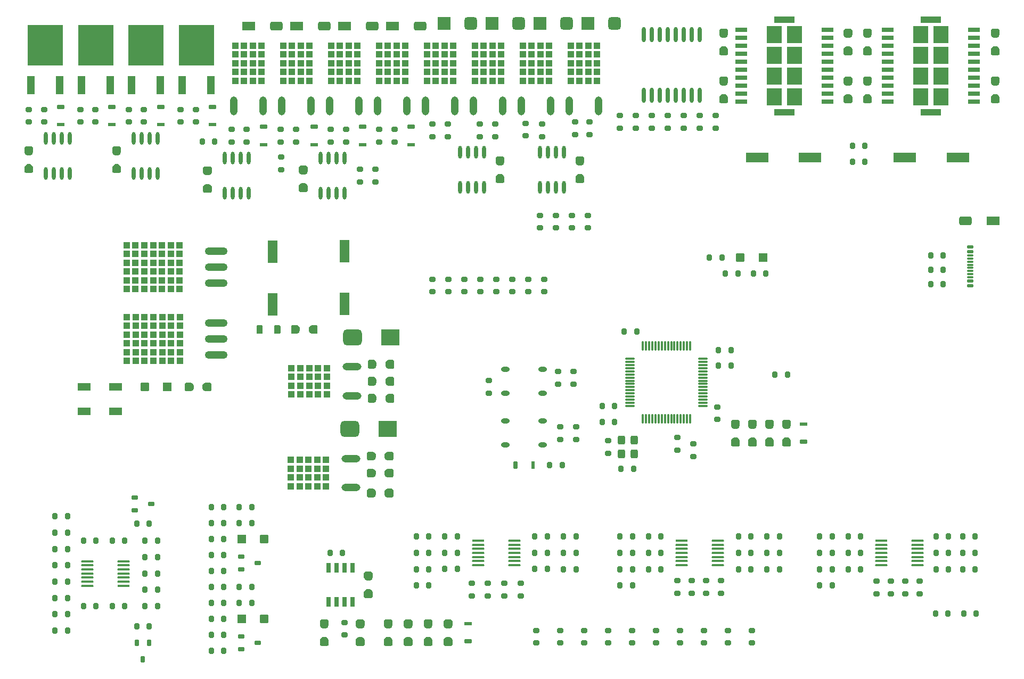
<source format=gtp>
G04*
G04 #@! TF.GenerationSoftware,Altium Limited,Altium Designer,25.0.2 (28)*
G04*
G04 Layer_Color=8421504*
%FSLAX44Y44*%
%MOMM*%
G71*
G04*
G04 #@! TF.SameCoordinates,89448804-F20A-4376-BCDE-6976CDED9B52*
G04*
G04*
G04 #@! TF.FilePolarity,Positive*
G04*
G01*
G75*
%ADD27R,2.4000X2.8000*%
%ADD28R,3.2000X1.0000*%
%ADD29R,1.0000X1.0000*%
%ADD30O,0.6000X2.0000*%
G04:AMPARAMS|DCode=31|XSize=0.6mm|YSize=1.2mm|CornerRadius=0.05mm|HoleSize=0mm|Usage=FLASHONLY|Rotation=90.000|XOffset=0mm|YOffset=0mm|HoleType=Round|Shape=RoundedRectangle|*
%AMROUNDEDRECTD31*
21,1,0.6000,1.1000,0,0,90.0*
21,1,0.5000,1.2000,0,0,90.0*
1,1,0.1000,0.5500,0.2500*
1,1,0.1000,0.5500,-0.2500*
1,1,0.1000,-0.5500,-0.2500*
1,1,0.1000,-0.5500,0.2500*
%
%ADD31ROUNDEDRECTD31*%
%ADD32R,1.2000X0.6000*%
%ADD33R,5.5500X6.5000*%
%ADD34R,1.2500X2.8500*%
G04:AMPARAMS|DCode=35|XSize=0.8mm|YSize=1mm|CornerRadius=0.15mm|HoleSize=0mm|Usage=FLASHONLY|Rotation=270.000|XOffset=0mm|YOffset=0mm|HoleType=Round|Shape=RoundedRectangle|*
%AMROUNDEDRECTD35*
21,1,0.8000,0.7000,0,0,270.0*
21,1,0.5000,1.0000,0,0,270.0*
1,1,0.3000,-0.3500,-0.2500*
1,1,0.3000,-0.3500,0.2500*
1,1,0.3000,0.3500,0.2500*
1,1,0.3000,0.3500,-0.2500*
%
%ADD35ROUNDEDRECTD35*%
%ADD36R,1.8300X0.6800*%
%ADD37R,2.1000X1.2700*%
%ADD38R,1.4000X1.4000*%
G04:AMPARAMS|DCode=39|XSize=1.4mm|YSize=1.4mm|CornerRadius=0.3mm|HoleSize=0mm|Usage=FLASHONLY|Rotation=0.000|XOffset=0mm|YOffset=0mm|HoleType=Round|Shape=RoundedRectangle|*
%AMROUNDEDRECTD39*
21,1,1.4000,0.8000,0,0,0.0*
21,1,0.8000,1.4000,0,0,0.0*
1,1,0.6000,0.4000,-0.4000*
1,1,0.6000,-0.4000,-0.4000*
1,1,0.6000,-0.4000,0.4000*
1,1,0.6000,0.4000,0.4000*
%
%ADD39ROUNDEDRECTD39*%
%ADD40O,0.6000X2.4000*%
G04:AMPARAMS|DCode=41|XSize=0.8mm|YSize=1mm|CornerRadius=0.15mm|HoleSize=0mm|Usage=FLASHONLY|Rotation=180.000|XOffset=0mm|YOffset=0mm|HoleType=Round|Shape=RoundedRectangle|*
%AMROUNDEDRECTD41*
21,1,0.8000,0.7000,0,0,180.0*
21,1,0.5000,1.0000,0,0,180.0*
1,1,0.3000,-0.2500,0.3500*
1,1,0.3000,0.2500,0.3500*
1,1,0.3000,0.2500,-0.3500*
1,1,0.3000,-0.2500,-0.3500*
%
%ADD41ROUNDEDRECTD41*%
%ADD42O,0.3000X1.6000*%
G04:AMPARAMS|DCode=43|XSize=0.3mm|YSize=1mm|CornerRadius=0.075mm|HoleSize=0mm|Usage=FLASHONLY|Rotation=90.000|XOffset=0mm|YOffset=0mm|HoleType=Round|Shape=RoundedRectangle|*
%AMROUNDEDRECTD43*
21,1,0.3000,0.8500,0,0,90.0*
21,1,0.1500,1.0000,0,0,90.0*
1,1,0.1500,0.4250,0.0750*
1,1,0.1500,0.4250,-0.0750*
1,1,0.1500,-0.4250,-0.0750*
1,1,0.1500,-0.4250,0.0750*
%
%ADD43ROUNDEDRECTD43*%
G04:AMPARAMS|DCode=44|XSize=0.5mm|YSize=1mm|CornerRadius=0.125mm|HoleSize=0mm|Usage=FLASHONLY|Rotation=90.000|XOffset=0mm|YOffset=0mm|HoleType=Round|Shape=RoundedRectangle|*
%AMROUNDEDRECTD44*
21,1,0.5000,0.7500,0,0,90.0*
21,1,0.2500,1.0000,0,0,90.0*
1,1,0.2500,0.3750,0.1250*
1,1,0.2500,0.3750,-0.1250*
1,1,0.2500,-0.3750,-0.1250*
1,1,0.2500,-0.3750,0.1250*
%
%ADD44ROUNDEDRECTD44*%
%ADD45R,2.0000X1.4000*%
G04:AMPARAMS|DCode=46|XSize=1.4mm|YSize=2mm|CornerRadius=0.3mm|HoleSize=0mm|Usage=FLASHONLY|Rotation=270.000|XOffset=0mm|YOffset=0mm|HoleType=Round|Shape=RoundedRectangle|*
%AMROUNDEDRECTD46*
21,1,1.4000,1.4000,0,0,270.0*
21,1,0.8000,2.0000,0,0,270.0*
1,1,0.6000,-0.7000,-0.4000*
1,1,0.6000,-0.7000,0.4000*
1,1,0.6000,0.7000,0.4000*
1,1,0.6000,0.7000,-0.4000*
%
%ADD46ROUNDEDRECTD46*%
G04:AMPARAMS|DCode=47|XSize=1.2mm|YSize=1.4mm|CornerRadius=0.3mm|HoleSize=0mm|Usage=FLASHONLY|Rotation=0.000|XOffset=0mm|YOffset=0mm|HoleType=Round|Shape=RoundedRectangle|*
%AMROUNDEDRECTD47*
21,1,1.2000,0.8000,0,0,0.0*
21,1,0.6000,1.4000,0,0,0.0*
1,1,0.6000,0.3000,-0.4000*
1,1,0.6000,-0.3000,-0.4000*
1,1,0.6000,-0.3000,0.4000*
1,1,0.6000,0.3000,0.4000*
%
%ADD47ROUNDEDRECTD47*%
%ADD48O,3.0000X1.2000*%
%ADD49O,3.6000X1.2000*%
%ADD50R,1.5690X3.5691*%
%ADD51O,1.4000X0.8000*%
G04:AMPARAMS|DCode=52|XSize=2.6mm|YSize=3mm|CornerRadius=0.65mm|HoleSize=0mm|Usage=FLASHONLY|Rotation=90.000|XOffset=0mm|YOffset=0mm|HoleType=Round|Shape=RoundedRectangle|*
%AMROUNDEDRECTD52*
21,1,2.6000,1.7000,0,0,90.0*
21,1,1.3000,3.0000,0,0,90.0*
1,1,1.3000,0.8500,0.6500*
1,1,1.3000,0.8500,-0.6500*
1,1,1.3000,-0.8500,-0.6500*
1,1,1.3000,-0.8500,0.6500*
%
%ADD52ROUNDEDRECTD52*%
%ADD53R,3.0000X2.6000*%
G04:AMPARAMS|DCode=54|XSize=0.6mm|YSize=1.2mm|CornerRadius=0.05mm|HoleSize=0mm|Usage=FLASHONLY|Rotation=180.000|XOffset=0mm|YOffset=0mm|HoleType=Round|Shape=RoundedRectangle|*
%AMROUNDEDRECTD54*
21,1,0.6000,1.1000,0,0,180.0*
21,1,0.5000,1.2000,0,0,180.0*
1,1,0.1000,-0.2500,0.5500*
1,1,0.1000,0.2500,0.5500*
1,1,0.1000,0.2500,-0.5500*
1,1,0.1000,-0.2500,-0.5500*
%
%ADD54ROUNDEDRECTD54*%
%ADD55R,0.6000X1.2000*%
%ADD56O,1.6000X0.3000*%
G04:AMPARAMS|DCode=57|XSize=1.9554mm|YSize=0.4208mm|CornerRadius=0.2104mm|HoleSize=0mm|Usage=FLASHONLY|Rotation=0.000|XOffset=0mm|YOffset=0mm|HoleType=Round|Shape=RoundedRectangle|*
%AMROUNDEDRECTD57*
21,1,1.9554,0.0000,0,0,0.0*
21,1,1.5347,0.4208,0,0,0.0*
1,1,0.4208,0.7673,0.0000*
1,1,0.4208,-0.7673,0.0000*
1,1,0.4208,-0.7673,0.0000*
1,1,0.4208,0.7673,0.0000*
%
%ADD57ROUNDEDRECTD57*%
%ADD58R,1.9554X0.4208*%
G04:AMPARAMS|DCode=59|XSize=1.55mm|YSize=0.6mm|CornerRadius=0.051mm|HoleSize=0mm|Usage=FLASHONLY|Rotation=90.000|XOffset=0mm|YOffset=0mm|HoleType=Round|Shape=RoundedRectangle|*
%AMROUNDEDRECTD59*
21,1,1.5500,0.4980,0,0,90.0*
21,1,1.4480,0.6000,0,0,90.0*
1,1,0.1020,0.2490,0.7240*
1,1,0.1020,0.2490,-0.7240*
1,1,0.1020,-0.2490,-0.7240*
1,1,0.1020,-0.2490,0.7240*
%
%ADD59ROUNDEDRECTD59*%
%ADD60R,3.5691X1.5690*%
G04:AMPARAMS|DCode=61|XSize=0.6mm|YSize=1.1mm|CornerRadius=0.125mm|HoleSize=0mm|Usage=FLASHONLY|Rotation=0.000|XOffset=0mm|YOffset=0mm|HoleType=Round|Shape=RoundedRectangle|*
%AMROUNDEDRECTD61*
21,1,0.6000,0.8500,0,0,0.0*
21,1,0.3500,1.1000,0,0,0.0*
1,1,0.2500,0.1750,-0.4250*
1,1,0.2500,-0.1750,-0.4250*
1,1,0.2500,-0.1750,0.4250*
1,1,0.2500,0.1750,0.4250*
%
%ADD61ROUNDEDRECTD61*%
G04:AMPARAMS|DCode=62|XSize=0.6mm|YSize=1.1mm|CornerRadius=0.125mm|HoleSize=0mm|Usage=FLASHONLY|Rotation=90.000|XOffset=0mm|YOffset=0mm|HoleType=Round|Shape=RoundedRectangle|*
%AMROUNDEDRECTD62*
21,1,0.6000,0.8500,0,0,90.0*
21,1,0.3500,1.1000,0,0,90.0*
1,1,0.2500,0.4250,0.1750*
1,1,0.2500,0.4250,-0.1750*
1,1,0.2500,-0.4250,-0.1750*
1,1,0.2500,-0.4250,0.1750*
%
%ADD62ROUNDEDRECTD62*%
%ADD63R,2.0000X2.0000*%
G04:AMPARAMS|DCode=64|XSize=2mm|YSize=2mm|CornerRadius=0.45mm|HoleSize=0mm|Usage=FLASHONLY|Rotation=90.000|XOffset=0mm|YOffset=0mm|HoleType=Round|Shape=RoundedRectangle|*
%AMROUNDEDRECTD64*
21,1,2.0000,1.1000,0,0,90.0*
21,1,1.1000,2.0000,0,0,90.0*
1,1,0.9000,0.5500,0.5500*
1,1,0.9000,0.5500,-0.5500*
1,1,0.9000,-0.5500,-0.5500*
1,1,0.9000,-0.5500,0.5500*
%
%ADD64ROUNDEDRECTD64*%
%ADD65O,1.2000X3.0000*%
G36*
X208899Y912693D02*
X209743Y911849D01*
X210200Y910746D01*
X210200Y910150D01*
X210200D01*
Y905150D01*
Y903956D01*
X209287Y901751D01*
X207599Y900063D01*
X205394Y899150D01*
X201007D01*
X198801Y900063D01*
X197113Y901751D01*
X196200Y903956D01*
Y905150D01*
X196200Y910150D01*
X196200Y910746D01*
X196657Y911849D01*
X197501Y912693D01*
X198603Y913150D01*
X199200Y913150D01*
Y913150D01*
X207200Y913150D01*
X207797Y913150D01*
X208899Y912693D01*
D02*
G37*
G36*
X69199D02*
X70043Y911849D01*
X70500Y910746D01*
X70500Y910150D01*
X70500D01*
Y905150D01*
Y903956D01*
X69587Y901751D01*
X67899Y900063D01*
X65693Y899150D01*
X61307D01*
X59101Y900063D01*
X57413Y901751D01*
X56500Y903956D01*
Y905150D01*
X56500Y910150D01*
X56500Y910746D01*
X56957Y911849D01*
X57801Y912693D01*
X58903Y913150D01*
X59500Y913150D01*
Y913150D01*
X67500Y913150D01*
X68097Y913150D01*
X69199Y912693D01*
D02*
G37*
G36*
X505639Y882443D02*
X506483Y881599D01*
X506940Y880497D01*
X506940Y879900D01*
X506940D01*
Y874900D01*
Y873706D01*
X506027Y871501D01*
X504339Y869813D01*
X502134Y868900D01*
X497747D01*
X495541Y869813D01*
X493854Y871501D01*
X492940Y873706D01*
Y874900D01*
X492940Y879900D01*
X492940Y880497D01*
X493397Y881599D01*
X494241Y882443D01*
X495343Y882900D01*
X495940Y882900D01*
Y882900D01*
X503940Y882900D01*
X504537Y882900D01*
X505639Y882443D01*
D02*
G37*
G36*
X353240Y881093D02*
X354083Y880249D01*
X354540Y879146D01*
X354540Y878550D01*
X354540D01*
Y873550D01*
Y872356D01*
X353627Y870151D01*
X351939Y868463D01*
X349734Y867550D01*
X345347D01*
X343141Y868463D01*
X341454Y870151D01*
X340540Y872356D01*
Y873550D01*
X340540Y878550D01*
X340540Y879146D01*
X340997Y880249D01*
X341841Y881093D01*
X342943Y881550D01*
X343540Y881550D01*
Y881550D01*
X351540Y881550D01*
X352137Y881550D01*
X353240Y881093D01*
D02*
G37*
G36*
X207599Y884236D02*
X209287Y882548D01*
X210200Y880343D01*
Y879150D01*
Y874150D01*
X210200Y874150D01*
X210200Y873553D01*
X209743Y872450D01*
X208899Y871606D01*
X207797Y871150D01*
X207200Y871150D01*
X199200D01*
X198603Y871150D01*
X197501Y871606D01*
X196657Y872450D01*
X196200Y873553D01*
X196200Y874150D01*
X196200Y879150D01*
Y880343D01*
X197113Y882548D01*
X198801Y884236D01*
X201007Y885150D01*
X205394D01*
X207599Y884236D01*
D02*
G37*
G36*
X67899D02*
X69587Y882548D01*
X70500Y880343D01*
Y879150D01*
Y874150D01*
X70500Y874150D01*
X70500Y873553D01*
X70043Y872450D01*
X69199Y871606D01*
X68097Y871150D01*
X67500Y871150D01*
X59500D01*
X58903Y871150D01*
X57801Y871606D01*
X56957Y872450D01*
X56500Y873553D01*
X56500Y874150D01*
X56500Y879150D01*
Y880343D01*
X57413Y882548D01*
X59101Y884236D01*
X61307Y885150D01*
X65693D01*
X67899Y884236D01*
D02*
G37*
G36*
X504339Y853986D02*
X506027Y852299D01*
X506940Y850093D01*
Y848900D01*
Y843900D01*
X506940Y843900D01*
X506940Y843303D01*
X506483Y842200D01*
X505639Y841357D01*
X504537Y840900D01*
X503940Y840900D01*
X495940D01*
X495343Y840900D01*
X494241Y841357D01*
X493397Y842200D01*
X492940Y843303D01*
X492940Y843900D01*
X492940Y848900D01*
Y850093D01*
X493854Y852299D01*
X495541Y853986D01*
X497747Y854900D01*
X502134D01*
X504339Y853986D01*
D02*
G37*
G36*
X351939Y852636D02*
X353627Y850948D01*
X354540Y848743D01*
Y847550D01*
Y842550D01*
X354540Y842550D01*
X354540Y841953D01*
X354083Y840850D01*
X353240Y840006D01*
X352137Y839550D01*
X351540Y839550D01*
X343540D01*
X342943Y839550D01*
X341841Y840006D01*
X340997Y840850D01*
X340540Y841953D01*
X340540Y842550D01*
X340540Y847550D01*
Y848743D01*
X341454Y850948D01*
X343141Y852636D01*
X345347Y853550D01*
X349734D01*
X351939Y852636D01*
D02*
G37*
G36*
X521349Y628843D02*
X522193Y627999D01*
X522650Y626897D01*
X522650Y626300D01*
X522650Y618300D01*
X522650D01*
X522650Y617703D01*
X522193Y616601D01*
X521349Y615757D01*
X520247Y615300D01*
X519650Y615300D01*
X514650Y615300D01*
X513456D01*
X511251Y616213D01*
X509563Y617901D01*
X508650Y620107D01*
Y621300D01*
Y623300D01*
Y624493D01*
X509563Y626699D01*
X511251Y628387D01*
X513456Y629300D01*
X519650D01*
Y629300D01*
X520247Y629300D01*
X521349Y628843D01*
D02*
G37*
G36*
X492049Y628387D02*
X493736Y626699D01*
X494650Y624493D01*
Y623300D01*
Y621300D01*
Y620107D01*
X493736Y617901D01*
X492049Y616213D01*
X489843Y615300D01*
X488650D01*
X483650Y615300D01*
X483053Y615300D01*
X481951Y615757D01*
X481107Y616601D01*
X480650Y617703D01*
X480650Y618300D01*
Y626300D01*
X480650Y626897D01*
X481107Y627999D01*
X481951Y628843D01*
X483053Y629300D01*
X483650Y629300D01*
X483650Y629300D01*
X489843D01*
X492049Y628387D01*
D02*
G37*
G36*
X462416Y628919D02*
X463119Y628216D01*
X463500Y627297D01*
Y626800D01*
Y618050D01*
Y617503D01*
X463081Y616492D01*
X462308Y615719D01*
X461297Y615300D01*
X455503D01*
X454584Y615681D01*
X453881Y616384D01*
X453500Y617303D01*
Y617800D01*
Y626800D01*
Y627297D01*
X453881Y628216D01*
X454584Y628919D01*
X455503Y629300D01*
X461497D01*
X462416Y628919D01*
D02*
G37*
G36*
X434416D02*
X435119Y628216D01*
X435500Y627297D01*
Y626800D01*
Y617800D01*
Y617303D01*
X435119Y616384D01*
X434416Y615681D01*
X433497Y615300D01*
X427703D01*
X426692Y615719D01*
X425919Y616492D01*
X425500Y617503D01*
Y618050D01*
Y626800D01*
Y627297D01*
X425881Y628216D01*
X426584Y628919D01*
X427503Y629300D01*
X433497D01*
X434416Y628919D01*
D02*
G37*
G36*
X643269Y573376D02*
X644113Y572532D01*
X644570Y571429D01*
X644570Y570832D01*
X644570Y562832D01*
X644570D01*
X644570Y562236D01*
X644113Y561133D01*
X643269Y560289D01*
X642167Y559832D01*
X641570Y559832D01*
X636570Y559832D01*
X635377D01*
X633171Y560746D01*
X631483Y562434D01*
X630570Y564639D01*
Y565832D01*
Y567832D01*
Y569026D01*
X631483Y571231D01*
X633171Y572919D01*
X635377Y573833D01*
X641570D01*
Y573833D01*
X642167Y573833D01*
X643269Y573376D01*
D02*
G37*
G36*
X613969Y572919D02*
X615657Y571231D01*
X616570Y569026D01*
Y567832D01*
Y565832D01*
Y564639D01*
X615657Y562434D01*
X613969Y560746D01*
X611763Y559832D01*
X610570D01*
X605570Y559832D01*
X604973Y559832D01*
X603871Y560289D01*
X603027Y561133D01*
X602570Y562236D01*
X602570Y562832D01*
Y570832D01*
X602570Y571429D01*
X603027Y572532D01*
X603871Y573376D01*
X604973Y573833D01*
X605570Y573833D01*
X605570Y573833D01*
X611763D01*
X613969Y572919D01*
D02*
G37*
G36*
X643269Y546293D02*
X644113Y545449D01*
X644570Y544347D01*
X644570Y543750D01*
X644570Y535750D01*
X644570D01*
X644570Y535153D01*
X644113Y534051D01*
X643269Y533207D01*
X642167Y532750D01*
X641570Y532750D01*
X636570Y532750D01*
X635377D01*
X633171Y533663D01*
X631483Y535351D01*
X630570Y537556D01*
Y538750D01*
Y540750D01*
Y541944D01*
X631483Y544149D01*
X633171Y545837D01*
X635377Y546750D01*
X641570D01*
Y546750D01*
X642167Y546750D01*
X643269Y546293D01*
D02*
G37*
G36*
X613969Y545837D02*
X615657Y544149D01*
X616570Y541944D01*
Y540750D01*
Y538750D01*
Y537556D01*
X615657Y535351D01*
X613969Y533663D01*
X611763Y532750D01*
X610570D01*
X605570Y532750D01*
X604973Y532750D01*
X603871Y533207D01*
X603027Y534051D01*
X602570Y535153D01*
X602570Y535750D01*
Y543750D01*
X602570Y544347D01*
X603027Y545449D01*
X603871Y546293D01*
X604973Y546750D01*
X605570Y546750D01*
X605570Y546750D01*
X611763D01*
X613969Y545837D01*
D02*
G37*
G36*
X352508Y537193D02*
X353352Y536349D01*
X353809Y535247D01*
X353809Y534650D01*
X353809Y526650D01*
X353809D01*
X353809Y526053D01*
X353352Y524951D01*
X352508Y524107D01*
X351405Y523650D01*
X350809Y523650D01*
X345809Y523650D01*
X344615D01*
X342410Y524563D01*
X340722Y526251D01*
X339809Y528456D01*
Y529650D01*
Y531650D01*
Y532844D01*
X340722Y535049D01*
X342410Y536736D01*
X344615Y537650D01*
X350809D01*
Y537650D01*
X351405Y537650D01*
X352508Y537193D01*
D02*
G37*
G36*
X323207Y536736D02*
X324895Y535049D01*
X325809Y532844D01*
Y531650D01*
Y529650D01*
Y528456D01*
X324895Y526251D01*
X323207Y524563D01*
X321002Y523650D01*
X319809D01*
X314809Y523650D01*
X314212Y523650D01*
X313109Y524107D01*
X312265Y524951D01*
X311809Y526053D01*
X311809Y526650D01*
Y534650D01*
X311809Y535247D01*
X312265Y536349D01*
X313109Y537193D01*
X314212Y537650D01*
X314809Y537650D01*
X314809Y537650D01*
X321002D01*
X323207Y536736D01*
D02*
G37*
G36*
X643269Y519211D02*
X644113Y518367D01*
X644570Y517264D01*
X644570Y516668D01*
X644570Y508667D01*
X644570D01*
X644570Y508071D01*
X644113Y506968D01*
X643269Y506124D01*
X642167Y505667D01*
X641570Y505667D01*
X636570Y505667D01*
X635377D01*
X633171Y506581D01*
X631483Y508269D01*
X630570Y510474D01*
Y511668D01*
Y513667D01*
Y514861D01*
X631483Y517066D01*
X633171Y518754D01*
X635377Y519668D01*
X641570D01*
Y519668D01*
X642167Y519668D01*
X643269Y519211D01*
D02*
G37*
G36*
X613969Y518754D02*
X615657Y517066D01*
X616570Y514861D01*
Y513667D01*
Y511668D01*
Y510474D01*
X615657Y508269D01*
X613969Y506581D01*
X611763Y505667D01*
X610570D01*
X605570Y505667D01*
X604973Y505667D01*
X603871Y506124D01*
X603027Y506968D01*
X602570Y508071D01*
X602570Y508667D01*
Y516668D01*
X602570Y517264D01*
X603027Y518367D01*
X603871Y519211D01*
X604973Y519668D01*
X605570Y519668D01*
X605570Y519668D01*
X611763D01*
X613969Y518754D01*
D02*
G37*
G36*
X641999Y427326D02*
X642843Y426482D01*
X643300Y425379D01*
X643300Y424782D01*
X643300Y416782D01*
X643300D01*
X643300Y416186D01*
X642843Y415083D01*
X641999Y414239D01*
X640897Y413783D01*
X640300Y413783D01*
X635300Y413783D01*
X634106D01*
X631901Y414696D01*
X630213Y416384D01*
X629300Y418589D01*
Y419782D01*
Y421782D01*
Y422976D01*
X630213Y425181D01*
X631901Y426869D01*
X634106Y427783D01*
X640300D01*
Y427783D01*
X640897Y427783D01*
X641999Y427326D01*
D02*
G37*
G36*
X612699Y426869D02*
X614386Y425181D01*
X615300Y422976D01*
Y421782D01*
Y419782D01*
Y418589D01*
X614386Y416384D01*
X612699Y414696D01*
X610494Y413783D01*
X609300D01*
X604300Y413783D01*
X603703Y413783D01*
X602601Y414239D01*
X601757Y415083D01*
X601300Y416186D01*
X601300Y416782D01*
Y424782D01*
X601300Y425379D01*
X601757Y426482D01*
X602601Y427326D01*
X603703Y427783D01*
X604300Y427783D01*
X604300Y427783D01*
X610494D01*
X612699Y426869D01*
D02*
G37*
G36*
X641999Y400243D02*
X642843Y399399D01*
X643300Y398297D01*
X643300Y397700D01*
X643300Y389700D01*
X643300D01*
X643300Y389103D01*
X642843Y388001D01*
X641999Y387157D01*
X640897Y386700D01*
X640300Y386700D01*
X635300Y386700D01*
X634106D01*
X631901Y387613D01*
X630213Y389301D01*
X629300Y391507D01*
Y392700D01*
Y394700D01*
Y395894D01*
X630213Y398099D01*
X631901Y399787D01*
X634106Y400700D01*
X640300D01*
Y400700D01*
X640897Y400700D01*
X641999Y400243D01*
D02*
G37*
G36*
X612699Y399787D02*
X614386Y398099D01*
X615300Y395894D01*
Y394700D01*
Y392700D01*
Y391507D01*
X614386Y389301D01*
X612699Y387613D01*
X610494Y386700D01*
X609300D01*
X604300Y386700D01*
X603703Y386700D01*
X602601Y387157D01*
X601757Y388001D01*
X601300Y389103D01*
X601300Y389700D01*
Y397700D01*
X601300Y398297D01*
X601757Y399399D01*
X602601Y400243D01*
X603703Y400700D01*
X604300Y400700D01*
X604300Y400700D01*
X610494D01*
X612699Y399787D01*
D02*
G37*
G36*
X641999Y368493D02*
X642843Y367649D01*
X643300Y366547D01*
X643300Y365950D01*
X643300Y357950D01*
X643300D01*
X643300Y357353D01*
X642843Y356251D01*
X641999Y355407D01*
X640897Y354950D01*
X640300Y354950D01*
X635300Y354950D01*
X634106D01*
X631901Y355863D01*
X630213Y357551D01*
X629300Y359757D01*
Y360950D01*
Y362950D01*
Y364143D01*
X630213Y366349D01*
X631901Y368037D01*
X634106Y368950D01*
X640300D01*
Y368950D01*
X640897Y368950D01*
X641999Y368493D01*
D02*
G37*
G36*
X612699Y368037D02*
X614386Y366349D01*
X615300Y364143D01*
Y362950D01*
Y360950D01*
Y359757D01*
X614386Y357551D01*
X612699Y355863D01*
X610494Y354950D01*
X609300D01*
X604300Y354950D01*
X603703Y354950D01*
X602601Y355407D01*
X601757Y356251D01*
X601300Y357353D01*
X601300Y357950D01*
Y365950D01*
X601300Y366547D01*
X601757Y367649D01*
X602601Y368493D01*
X603703Y368950D01*
X604300Y368950D01*
X604300Y368950D01*
X610494D01*
X612699Y368037D01*
D02*
G37*
G36*
X609084Y236443D02*
X609927Y235599D01*
X610384Y234497D01*
X610384Y233900D01*
X610384Y228900D01*
Y227707D01*
X609471Y225501D01*
X607783Y223813D01*
X605578Y222900D01*
X601191D01*
X598985Y223813D01*
X597298Y225501D01*
X596384Y227707D01*
Y228900D01*
Y233900D01*
X596384Y234497D01*
X596841Y235599D01*
X597685Y236443D01*
X598787Y236900D01*
X599384Y236900D01*
X607384Y236900D01*
X607384Y236900D01*
X607981Y236900D01*
X609084Y236443D01*
D02*
G37*
G36*
X607783Y207987D02*
X609471Y206299D01*
X610384Y204093D01*
Y202900D01*
X610384Y197900D01*
X610384Y197303D01*
X609927Y196201D01*
X609084Y195357D01*
X607981Y194900D01*
X607384Y194900D01*
X599384D01*
X598787Y194900D01*
X597685Y195357D01*
X596841Y196201D01*
X596384Y197303D01*
X596384Y197900D01*
Y197900D01*
Y202900D01*
Y204093D01*
X597298Y206299D01*
X598985Y207987D01*
X601191Y208900D01*
X605578D01*
X607783Y207987D01*
D02*
G37*
G36*
X640699Y160243D02*
X641543Y159399D01*
X642000Y158297D01*
X642000Y157700D01*
X642000D01*
Y152700D01*
Y151507D01*
X641087Y149301D01*
X639399Y147613D01*
X637193Y146700D01*
X632807D01*
X630601Y147613D01*
X628913Y149301D01*
X628000Y151507D01*
Y152700D01*
X628000Y157700D01*
X628000Y158297D01*
X628457Y159399D01*
X629301Y160243D01*
X630403Y160700D01*
X631000Y160700D01*
Y160700D01*
X639000Y160700D01*
X639597Y160700D01*
X640699Y160243D01*
D02*
G37*
G36*
X596249D02*
X597093Y159399D01*
X597550Y158297D01*
X597550Y157700D01*
X597550D01*
Y152700D01*
Y151507D01*
X596637Y149301D01*
X594949Y147613D01*
X592743Y146700D01*
X588357D01*
X586151Y147613D01*
X584463Y149301D01*
X583550Y151507D01*
Y152700D01*
X583550Y157700D01*
X583550Y158297D01*
X584007Y159399D01*
X584851Y160243D01*
X585953Y160700D01*
X586550Y160700D01*
Y160700D01*
X594550Y160700D01*
X595147Y160700D01*
X596249Y160243D01*
D02*
G37*
G36*
X539099D02*
X539943Y159399D01*
X540400Y158297D01*
X540400Y157700D01*
X540400Y152700D01*
Y151507D01*
X539487Y149301D01*
X537799Y147613D01*
X535593Y146700D01*
X531207D01*
X529001Y147613D01*
X527313Y149301D01*
X526400Y151507D01*
Y152700D01*
Y157700D01*
X526400Y158297D01*
X526857Y159399D01*
X527701Y160243D01*
X528803Y160700D01*
X529400Y160700D01*
X537400Y160700D01*
X537400Y160700D01*
X537997Y160700D01*
X539099Y160243D01*
D02*
G37*
G36*
X639399Y131786D02*
X641087Y130099D01*
X642000Y127893D01*
Y126700D01*
Y121700D01*
X642000Y121700D01*
X642000Y121103D01*
X641543Y120001D01*
X640699Y119157D01*
X639597Y118700D01*
X639000Y118700D01*
X631000D01*
X630403Y118700D01*
X629301Y119157D01*
X628457Y120001D01*
X628000Y121103D01*
X628000Y121700D01*
X628000Y126700D01*
Y127893D01*
X628913Y130099D01*
X630601Y131786D01*
X632807Y132700D01*
X637193D01*
X639399Y131786D01*
D02*
G37*
G36*
X594949D02*
X596637Y130099D01*
X597550Y127893D01*
Y126700D01*
Y121700D01*
X597550Y121700D01*
X597550Y121103D01*
X597093Y120001D01*
X596249Y119157D01*
X595147Y118700D01*
X594550Y118700D01*
X586550D01*
X585953Y118700D01*
X584851Y119157D01*
X584007Y120001D01*
X583550Y121103D01*
X583550Y121700D01*
X583550Y126700D01*
Y127893D01*
X584463Y130099D01*
X586151Y131786D01*
X588357Y132700D01*
X592743D01*
X594949Y131786D01*
D02*
G37*
G36*
X537799D02*
X539487Y130099D01*
X540400Y127893D01*
Y126700D01*
X540400Y121700D01*
X540400Y121103D01*
X539943Y120001D01*
X539099Y119157D01*
X537997Y118700D01*
X537400Y118700D01*
X529400D01*
X528803Y118700D01*
X527701Y119157D01*
X526857Y120001D01*
X526400Y121103D01*
X526400Y121700D01*
Y121700D01*
Y126700D01*
Y127893D01*
X527313Y130099D01*
X529001Y131786D01*
X531207Y132700D01*
X535593D01*
X537799Y131786D01*
D02*
G37*
G36*
X1605899Y1100043D02*
X1606743Y1099199D01*
X1607200Y1098097D01*
X1607200Y1097500D01*
X1607200Y1092500D01*
Y1091307D01*
X1606287Y1089101D01*
X1604599Y1087413D01*
X1602393Y1086500D01*
X1598006D01*
X1595801Y1087413D01*
X1594113Y1089101D01*
X1593200Y1091307D01*
Y1092500D01*
Y1097500D01*
X1593200Y1098097D01*
X1593657Y1099199D01*
X1594501Y1100043D01*
X1595603Y1100500D01*
X1596200Y1100500D01*
X1604200Y1100500D01*
X1604200Y1100500D01*
X1604797Y1100500D01*
X1605899Y1100043D01*
D02*
G37*
G36*
X1402699D02*
X1403543Y1099199D01*
X1404000Y1098097D01*
X1404000Y1097500D01*
X1404000Y1092500D01*
Y1091307D01*
X1403087Y1089101D01*
X1401399Y1087413D01*
X1399194Y1086500D01*
X1394807D01*
X1392601Y1087413D01*
X1390913Y1089101D01*
X1390000Y1091307D01*
Y1092500D01*
Y1097500D01*
X1390000Y1098097D01*
X1390457Y1099199D01*
X1391301Y1100043D01*
X1392403Y1100500D01*
X1393000Y1100500D01*
X1401000Y1100500D01*
X1401000Y1100500D01*
X1401597Y1100500D01*
X1402699Y1100043D01*
D02*
G37*
G36*
X1371882D02*
X1372726Y1099199D01*
X1373182Y1098097D01*
X1373182Y1097500D01*
X1373182Y1092500D01*
Y1091307D01*
X1372269Y1089101D01*
X1370581Y1087413D01*
X1368376Y1086500D01*
X1363989D01*
X1361784Y1087413D01*
X1360096Y1089101D01*
X1359182Y1091307D01*
Y1092500D01*
Y1097500D01*
X1359182Y1098097D01*
X1359639Y1099199D01*
X1360483Y1100043D01*
X1361586Y1100500D01*
X1362182Y1100500D01*
X1370182Y1100500D01*
X1370182Y1100500D01*
X1370779Y1100500D01*
X1371882Y1100043D01*
D02*
G37*
G36*
X1174099D02*
X1174943Y1099199D01*
X1175400Y1098097D01*
X1175400Y1097500D01*
X1175400Y1092500D01*
Y1091307D01*
X1174487Y1089101D01*
X1172799Y1087413D01*
X1170593Y1086500D01*
X1166207D01*
X1164001Y1087413D01*
X1162313Y1089101D01*
X1161400Y1091307D01*
Y1092500D01*
Y1097500D01*
X1161400Y1098097D01*
X1161857Y1099199D01*
X1162701Y1100043D01*
X1163803Y1100500D01*
X1164400Y1100500D01*
X1172400Y1100500D01*
X1172400Y1100500D01*
X1172997Y1100500D01*
X1174099Y1100043D01*
D02*
G37*
G36*
X1604599Y1071587D02*
X1606287Y1069899D01*
X1607200Y1067693D01*
Y1066500D01*
X1607200Y1061500D01*
X1607200Y1060903D01*
X1606743Y1059801D01*
X1605899Y1058957D01*
X1604797Y1058500D01*
X1604200Y1058500D01*
X1596200D01*
X1595603Y1058500D01*
X1594501Y1058957D01*
X1593657Y1059801D01*
X1593200Y1060903D01*
X1593200Y1061500D01*
Y1061500D01*
Y1066500D01*
Y1067693D01*
X1594113Y1069899D01*
X1595801Y1071587D01*
X1598006Y1072500D01*
X1602393D01*
X1604599Y1071587D01*
D02*
G37*
G36*
X1401399D02*
X1403087Y1069899D01*
X1404000Y1067693D01*
Y1066500D01*
X1404000Y1061500D01*
X1404000Y1060903D01*
X1403543Y1059801D01*
X1402699Y1058957D01*
X1401597Y1058500D01*
X1401000Y1058500D01*
X1393000D01*
X1392403Y1058500D01*
X1391301Y1058957D01*
X1390457Y1059801D01*
X1390000Y1060903D01*
X1390000Y1061500D01*
Y1061500D01*
Y1066500D01*
Y1067693D01*
X1390913Y1069899D01*
X1392601Y1071587D01*
X1394807Y1072500D01*
X1399194D01*
X1401399Y1071587D01*
D02*
G37*
G36*
X1370581D02*
X1372269Y1069899D01*
X1373182Y1067693D01*
Y1066500D01*
X1373182Y1061500D01*
X1373182Y1060903D01*
X1372726Y1059801D01*
X1371882Y1058957D01*
X1370779Y1058500D01*
X1370182Y1058500D01*
X1362182D01*
X1361586Y1058500D01*
X1360483Y1058957D01*
X1359639Y1059801D01*
X1359182Y1060903D01*
X1359182Y1061500D01*
Y1061500D01*
Y1066500D01*
Y1067693D01*
X1360096Y1069899D01*
X1361784Y1071587D01*
X1363989Y1072500D01*
X1368376D01*
X1370581Y1071587D01*
D02*
G37*
G36*
X1172799D02*
X1174487Y1069899D01*
X1175400Y1067693D01*
Y1066500D01*
X1175400Y1061500D01*
X1175400Y1060903D01*
X1174943Y1059801D01*
X1174099Y1058957D01*
X1172997Y1058500D01*
X1172400Y1058500D01*
X1164400D01*
X1163803Y1058500D01*
X1162701Y1058957D01*
X1161857Y1059801D01*
X1161400Y1060903D01*
X1161400Y1061500D01*
Y1061500D01*
Y1066500D01*
Y1067693D01*
X1162313Y1069899D01*
X1164001Y1071587D01*
X1166207Y1072500D01*
X1170593D01*
X1172799Y1071587D01*
D02*
G37*
G36*
X1605899Y1023843D02*
X1606743Y1022999D01*
X1607200Y1021897D01*
X1607200Y1021300D01*
X1607200D01*
Y1016300D01*
Y1015107D01*
X1606287Y1012901D01*
X1604599Y1011213D01*
X1602393Y1010300D01*
X1598006D01*
X1595801Y1011213D01*
X1594113Y1012901D01*
X1593200Y1015107D01*
Y1016300D01*
X1593200Y1021300D01*
X1593200Y1021897D01*
X1593657Y1022999D01*
X1594501Y1023843D01*
X1595603Y1024300D01*
X1596200Y1024300D01*
Y1024300D01*
X1604200Y1024300D01*
X1604797Y1024300D01*
X1605899Y1023843D01*
D02*
G37*
G36*
X1402699D02*
X1403543Y1022999D01*
X1404000Y1021897D01*
X1404000Y1021300D01*
X1404000D01*
Y1016300D01*
Y1015107D01*
X1403087Y1012901D01*
X1401399Y1011213D01*
X1399194Y1010300D01*
X1394807D01*
X1392601Y1011213D01*
X1390913Y1012901D01*
X1390000Y1015107D01*
Y1016300D01*
X1390000Y1021300D01*
X1390000Y1021897D01*
X1390457Y1022999D01*
X1391301Y1023843D01*
X1392403Y1024300D01*
X1393000Y1024300D01*
Y1024300D01*
X1401000Y1024300D01*
X1401597Y1024300D01*
X1402699Y1023843D01*
D02*
G37*
G36*
X1371882D02*
X1372726Y1022999D01*
X1373182Y1021897D01*
X1373182Y1021300D01*
X1373182D01*
Y1016300D01*
Y1015107D01*
X1372269Y1012901D01*
X1370581Y1011213D01*
X1368376Y1010300D01*
X1363989D01*
X1361784Y1011213D01*
X1360096Y1012901D01*
X1359182Y1015107D01*
Y1016300D01*
X1359182Y1021300D01*
X1359182Y1021897D01*
X1359639Y1022999D01*
X1360483Y1023843D01*
X1361586Y1024300D01*
X1362182Y1024300D01*
Y1024300D01*
X1370182Y1024300D01*
X1370779Y1024300D01*
X1371882Y1023843D01*
D02*
G37*
G36*
X1174099D02*
X1174943Y1022999D01*
X1175400Y1021897D01*
X1175400Y1021300D01*
X1175400D01*
Y1016300D01*
Y1015107D01*
X1174487Y1012901D01*
X1172799Y1011213D01*
X1170593Y1010300D01*
X1166207D01*
X1164001Y1011213D01*
X1162313Y1012901D01*
X1161400Y1015107D01*
Y1016300D01*
X1161400Y1021300D01*
X1161400Y1021897D01*
X1161857Y1022999D01*
X1162701Y1023843D01*
X1163803Y1024300D01*
X1164400Y1024300D01*
Y1024300D01*
X1172400Y1024300D01*
X1172997Y1024300D01*
X1174099Y1023843D01*
D02*
G37*
G36*
X1604599Y995387D02*
X1606287Y993699D01*
X1607200Y991494D01*
Y990300D01*
Y985300D01*
X1607200Y985300D01*
X1607200Y984703D01*
X1606743Y983601D01*
X1605899Y982757D01*
X1604797Y982300D01*
X1604200Y982300D01*
X1596200D01*
X1595603Y982300D01*
X1594501Y982757D01*
X1593657Y983601D01*
X1593200Y984703D01*
X1593200Y985300D01*
X1593200Y990300D01*
Y991494D01*
X1594113Y993699D01*
X1595801Y995387D01*
X1598006Y996300D01*
X1602393D01*
X1604599Y995387D01*
D02*
G37*
G36*
X1401399D02*
X1403087Y993699D01*
X1404000Y991494D01*
Y990300D01*
Y985300D01*
X1404000Y985300D01*
X1404000Y984703D01*
X1403543Y983601D01*
X1402699Y982757D01*
X1401597Y982300D01*
X1401000Y982300D01*
X1393000D01*
X1392403Y982300D01*
X1391301Y982757D01*
X1390457Y983601D01*
X1390000Y984703D01*
X1390000Y985300D01*
X1390000Y990300D01*
Y991494D01*
X1390913Y993699D01*
X1392601Y995387D01*
X1394807Y996300D01*
X1399194D01*
X1401399Y995387D01*
D02*
G37*
G36*
X1370581D02*
X1372269Y993699D01*
X1373182Y991494D01*
Y990300D01*
Y985300D01*
X1373182Y985300D01*
X1373182Y984703D01*
X1372726Y983601D01*
X1371882Y982757D01*
X1370779Y982300D01*
X1370182Y982300D01*
X1362182D01*
X1361586Y982300D01*
X1360483Y982757D01*
X1359639Y983601D01*
X1359182Y984703D01*
X1359182Y985300D01*
X1359182Y990300D01*
Y991494D01*
X1360096Y993699D01*
X1361784Y995387D01*
X1363989Y996300D01*
X1368376D01*
X1370581Y995387D01*
D02*
G37*
G36*
X1172799D02*
X1174487Y993699D01*
X1175400Y991494D01*
Y990300D01*
Y985300D01*
X1175400Y985300D01*
X1175400Y984703D01*
X1174943Y983601D01*
X1174099Y982757D01*
X1172997Y982300D01*
X1172400Y982300D01*
X1164400D01*
X1163803Y982300D01*
X1162701Y982757D01*
X1161857Y983601D01*
X1161400Y984703D01*
X1161400Y985300D01*
X1161400Y990300D01*
Y991494D01*
X1162313Y993699D01*
X1164001Y995387D01*
X1166207Y996300D01*
X1170593D01*
X1172799Y995387D01*
D02*
G37*
G36*
X945499Y896843D02*
X946343Y895999D01*
X946800Y894897D01*
X946800Y894300D01*
X946800D01*
Y889300D01*
Y888107D01*
X945887Y885901D01*
X944199Y884213D01*
X941993Y883300D01*
X937607D01*
X935401Y884213D01*
X933713Y885901D01*
X932800Y888107D01*
Y889300D01*
X932800Y894300D01*
X932800Y894897D01*
X933257Y895999D01*
X934101Y896843D01*
X935203Y897300D01*
X935800Y897300D01*
Y897300D01*
X943800Y897300D01*
X944397Y897300D01*
X945499Y896843D01*
D02*
G37*
G36*
X818499D02*
X819343Y895999D01*
X819800Y894897D01*
X819800Y894300D01*
X819800D01*
Y889300D01*
Y888107D01*
X818887Y885901D01*
X817199Y884213D01*
X814994Y883300D01*
X810607D01*
X808401Y884213D01*
X806713Y885901D01*
X805800Y888107D01*
Y889300D01*
X805800Y894300D01*
X805800Y894897D01*
X806257Y895999D01*
X807101Y896843D01*
X808203Y897300D01*
X808800Y897300D01*
Y897300D01*
X816800Y897300D01*
X817397Y897300D01*
X818499Y896843D01*
D02*
G37*
G36*
X944199Y868387D02*
X945887Y866699D01*
X946800Y864493D01*
Y863300D01*
Y858300D01*
X946800Y858300D01*
X946800Y857703D01*
X946343Y856601D01*
X945499Y855757D01*
X944397Y855300D01*
X943800Y855300D01*
X935800D01*
X935203Y855300D01*
X934101Y855757D01*
X933257Y856601D01*
X932800Y857703D01*
X932800Y858300D01*
X932800Y863300D01*
Y864493D01*
X933713Y866699D01*
X935401Y868387D01*
X937607Y869300D01*
X941993D01*
X944199Y868387D01*
D02*
G37*
G36*
X817199D02*
X818887Y866699D01*
X819800Y864493D01*
Y863300D01*
Y858300D01*
X819800Y858300D01*
X819800Y857703D01*
X819343Y856601D01*
X818499Y855757D01*
X817397Y855300D01*
X816800Y855300D01*
X808800D01*
X808203Y855300D01*
X807101Y855757D01*
X806257Y856601D01*
X805800Y857703D01*
X805800Y858300D01*
X805800Y863300D01*
Y864493D01*
X806713Y866699D01*
X808401Y868387D01*
X810607Y869300D01*
X814994D01*
X817199Y868387D01*
D02*
G37*
G36*
X1274015Y477743D02*
X1274859Y476899D01*
X1275316Y475797D01*
X1275316Y475200D01*
X1275316D01*
Y470200D01*
Y469007D01*
X1274402Y466801D01*
X1272715Y465113D01*
X1270509Y464200D01*
X1266123D01*
X1263917Y465113D01*
X1262229Y466801D01*
X1261316Y469007D01*
Y470200D01*
X1261316Y475200D01*
X1261316Y475797D01*
X1261773Y476899D01*
X1262617Y477743D01*
X1263719Y478200D01*
X1264316Y478200D01*
Y478200D01*
X1272316Y478200D01*
X1272913Y478200D01*
X1274015Y477743D01*
D02*
G37*
G36*
X1246931D02*
X1247775Y476899D01*
X1248232Y475797D01*
X1248232Y475200D01*
X1248232D01*
Y470200D01*
Y469007D01*
X1247318Y466801D01*
X1245631Y465113D01*
X1243426Y464200D01*
X1239038D01*
X1236833Y465113D01*
X1235145Y466801D01*
X1234232Y469007D01*
Y470200D01*
X1234232Y475200D01*
X1234232Y475797D01*
X1234689Y476899D01*
X1235533Y477743D01*
X1236635Y478200D01*
X1237232Y478200D01*
Y478200D01*
X1245232Y478200D01*
X1245829Y478200D01*
X1246931Y477743D01*
D02*
G37*
G36*
X1219849D02*
X1220693Y476899D01*
X1221150Y475797D01*
X1221149Y475200D01*
X1221150D01*
Y470200D01*
Y469007D01*
X1220236Y466801D01*
X1218548Y465113D01*
X1216343Y464200D01*
X1211956D01*
X1209751Y465113D01*
X1208063Y466801D01*
X1207150Y469007D01*
Y470200D01*
X1207150Y475200D01*
X1207150Y475797D01*
X1207606Y476899D01*
X1208450Y477743D01*
X1209553Y478200D01*
X1210150Y478200D01*
Y478200D01*
X1218149Y478200D01*
X1218746Y478200D01*
X1219849Y477743D01*
D02*
G37*
G36*
X1192766D02*
X1193610Y476899D01*
X1194067Y475797D01*
X1194067Y475200D01*
X1194067D01*
Y470200D01*
Y469007D01*
X1193154Y466801D01*
X1191466Y465113D01*
X1189260Y464200D01*
X1184873D01*
X1182668Y465113D01*
X1180980Y466801D01*
X1180067Y469007D01*
Y470200D01*
X1180067Y475200D01*
X1180067Y475797D01*
X1180524Y476899D01*
X1181368Y477743D01*
X1182470Y478200D01*
X1183067Y478200D01*
Y478200D01*
X1191067Y478200D01*
X1191664Y478200D01*
X1192766Y477743D01*
D02*
G37*
G36*
X1272715Y449286D02*
X1274402Y447599D01*
X1275316Y445393D01*
Y444200D01*
Y439200D01*
X1275316Y439200D01*
X1275316Y438603D01*
X1274859Y437501D01*
X1274015Y436657D01*
X1272913Y436200D01*
X1272316Y436200D01*
X1264316D01*
X1263719Y436200D01*
X1262617Y436657D01*
X1261773Y437501D01*
X1261316Y438603D01*
X1261316Y439200D01*
X1261316Y444200D01*
Y445393D01*
X1262229Y447599D01*
X1263917Y449286D01*
X1266123Y450200D01*
X1270509D01*
X1272715Y449286D01*
D02*
G37*
G36*
X1245631D02*
X1247318Y447599D01*
X1248232Y445393D01*
Y444200D01*
Y439200D01*
X1248232Y439200D01*
X1248232Y438603D01*
X1247775Y437501D01*
X1246931Y436657D01*
X1245829Y436200D01*
X1245232Y436200D01*
X1237232D01*
X1236635Y436200D01*
X1235533Y436657D01*
X1234689Y437501D01*
X1234232Y438603D01*
X1234232Y439200D01*
X1234232Y444200D01*
Y445393D01*
X1235145Y447599D01*
X1236833Y449286D01*
X1239038Y450200D01*
X1243426D01*
X1245631Y449286D01*
D02*
G37*
G36*
X1218548D02*
X1220236Y447599D01*
X1221150Y445393D01*
Y444200D01*
Y439200D01*
X1221149Y439200D01*
X1221150Y438603D01*
X1220693Y437501D01*
X1219849Y436657D01*
X1218746Y436200D01*
X1218149Y436200D01*
X1210150D01*
X1209553Y436200D01*
X1208450Y436657D01*
X1207606Y437501D01*
X1207150Y438603D01*
X1207150Y439200D01*
X1207150Y444200D01*
Y445393D01*
X1208063Y447599D01*
X1209751Y449286D01*
X1211956Y450200D01*
X1216343D01*
X1218548Y449286D01*
D02*
G37*
G36*
X1191466D02*
X1193154Y447599D01*
X1194067Y445393D01*
Y444200D01*
Y439200D01*
X1194067Y439200D01*
X1194067Y438603D01*
X1193610Y437501D01*
X1192766Y436657D01*
X1191664Y436200D01*
X1191067Y436200D01*
X1183067D01*
X1182470Y436200D01*
X1181368Y436657D01*
X1180524Y437501D01*
X1180067Y438603D01*
X1180067Y439200D01*
X1180067Y444200D01*
Y445393D01*
X1180980Y447599D01*
X1182668Y449286D01*
X1184873Y450200D01*
X1189260D01*
X1191466Y449286D01*
D02*
G37*
G36*
X735949Y160243D02*
X736793Y159399D01*
X737250Y158297D01*
X737250Y157700D01*
X737250D01*
Y152700D01*
Y151507D01*
X736337Y149301D01*
X734649Y147613D01*
X732443Y146700D01*
X728056D01*
X725851Y147613D01*
X724163Y149301D01*
X723250Y151507D01*
Y152700D01*
X723250Y157700D01*
X723250Y158297D01*
X723707Y159399D01*
X724551Y160243D01*
X725653Y160700D01*
X726250Y160700D01*
Y160700D01*
X734250Y160700D01*
X734847Y160700D01*
X735949Y160243D01*
D02*
G37*
G36*
X704199D02*
X705043Y159399D01*
X705500Y158297D01*
X705500Y157700D01*
X705500D01*
Y152700D01*
Y151507D01*
X704587Y149301D01*
X702899Y147613D01*
X700694Y146700D01*
X696307D01*
X694101Y147613D01*
X692413Y149301D01*
X691500Y151507D01*
Y152700D01*
X691500Y157700D01*
X691500Y158297D01*
X691957Y159399D01*
X692801Y160243D01*
X693903Y160700D01*
X694500Y160700D01*
Y160700D01*
X702500Y160700D01*
X703097Y160700D01*
X704199Y160243D01*
D02*
G37*
G36*
X672449D02*
X673293Y159399D01*
X673750Y158297D01*
X673750Y157700D01*
X673750Y152700D01*
Y151507D01*
X672837Y149301D01*
X671149Y147613D01*
X668943Y146700D01*
X664557D01*
X662351Y147613D01*
X660663Y149301D01*
X659750Y151507D01*
Y152700D01*
Y157700D01*
X659750Y158297D01*
X660207Y159399D01*
X661051Y160243D01*
X662153Y160700D01*
X662750Y160700D01*
X670750Y160700D01*
X670750Y160700D01*
X671347Y160700D01*
X672449Y160243D01*
D02*
G37*
G36*
X734649Y131786D02*
X736337Y130099D01*
X737250Y127893D01*
Y126700D01*
Y121700D01*
X737250Y121700D01*
X737250Y121103D01*
X736793Y120001D01*
X735949Y119157D01*
X734847Y118700D01*
X734250Y118700D01*
X726250D01*
X725653Y118700D01*
X724551Y119157D01*
X723707Y120001D01*
X723250Y121103D01*
X723250Y121700D01*
X723250Y126700D01*
Y127893D01*
X724163Y130099D01*
X725851Y131786D01*
X728056Y132700D01*
X732443D01*
X734649Y131786D01*
D02*
G37*
G36*
X702899D02*
X704587Y130099D01*
X705500Y127893D01*
Y126700D01*
Y121700D01*
X705500Y121700D01*
X705500Y121103D01*
X705043Y120001D01*
X704199Y119157D01*
X703097Y118700D01*
X702500Y118700D01*
X694500D01*
X693903Y118700D01*
X692801Y119157D01*
X691957Y120001D01*
X691500Y121103D01*
X691500Y121700D01*
X691500Y126700D01*
Y127893D01*
X692413Y130099D01*
X694101Y131786D01*
X696307Y132700D01*
X700694D01*
X702899Y131786D01*
D02*
G37*
G36*
X671149D02*
X672837Y130099D01*
X673750Y127893D01*
Y126700D01*
X673750Y121700D01*
X673750Y121103D01*
X673293Y120001D01*
X672449Y119157D01*
X671347Y118700D01*
X670750Y118700D01*
X662750D01*
X662153Y118700D01*
X661051Y119157D01*
X660207Y120001D01*
X659750Y121103D01*
X659750Y121700D01*
Y121700D01*
Y126700D01*
Y127893D01*
X660663Y130099D01*
X662351Y131786D01*
X664557Y132700D01*
X668943D01*
X671149Y131786D01*
D02*
G37*
D27*
X1481400Y1090900D02*
D03*
Y1057899D02*
D03*
Y1024900D02*
D03*
Y991899D02*
D03*
X1513400Y1090900D02*
D03*
Y1057899D02*
D03*
Y1024900D02*
D03*
Y991899D02*
D03*
X1280852Y991900D02*
D03*
Y1024901D02*
D03*
Y1057900D02*
D03*
Y1090900D02*
D03*
X1248852Y991900D02*
D03*
Y1024901D02*
D03*
Y1057900D02*
D03*
Y1090900D02*
D03*
D28*
X1497400Y1114999D02*
D03*
Y967800D02*
D03*
X1264852Y967801D02*
D03*
Y1115000D02*
D03*
D29*
X523271Y546741D02*
D03*
X509271D02*
D03*
X523271Y560741D02*
D03*
X537271Y546742D02*
D03*
Y560742D02*
D03*
X509271Y560741D02*
D03*
X495271D02*
D03*
Y546741D02*
D03*
X481271Y560741D02*
D03*
Y546741D02*
D03*
Y532741D02*
D03*
Y518741D02*
D03*
X495271Y532741D02*
D03*
Y518741D02*
D03*
X509271D02*
D03*
X537271Y518742D02*
D03*
Y532742D02*
D03*
X523271Y518741D02*
D03*
X509271Y532741D02*
D03*
X523271D02*
D03*
X289172Y714146D02*
D03*
Y686146D02*
D03*
X275172Y714146D02*
D03*
X303172Y686146D02*
D03*
X275172D02*
D03*
X289172Y700146D02*
D03*
X303172Y714146D02*
D03*
Y700146D02*
D03*
X275172D02*
D03*
X233172D02*
D03*
X261172D02*
D03*
Y714146D02*
D03*
X247172Y700146D02*
D03*
X233172Y686146D02*
D03*
X261172D02*
D03*
X233172Y714146D02*
D03*
X247172Y686146D02*
D03*
Y714146D02*
D03*
X219172D02*
D03*
Y686146D02*
D03*
Y700146D02*
D03*
Y742146D02*
D03*
Y756146D02*
D03*
Y728146D02*
D03*
X247172D02*
D03*
Y756146D02*
D03*
X233172Y728146D02*
D03*
X261172Y756146D02*
D03*
X233172D02*
D03*
X247172Y742146D02*
D03*
X261172Y728146D02*
D03*
Y742146D02*
D03*
X233172D02*
D03*
X275172D02*
D03*
X303172D02*
D03*
Y728146D02*
D03*
X289172Y742146D02*
D03*
X275172Y756146D02*
D03*
X303172D02*
D03*
X275172Y728146D02*
D03*
X289172Y756146D02*
D03*
Y728146D02*
D03*
X522000Y400711D02*
D03*
X508000D02*
D03*
X521998Y414697D02*
D03*
X536000Y400711D02*
D03*
X535998Y414697D02*
D03*
X507998D02*
D03*
X493998D02*
D03*
Y400697D02*
D03*
X479998Y414697D02*
D03*
X480001Y400711D02*
D03*
Y386711D02*
D03*
Y372711D02*
D03*
X493998Y386698D02*
D03*
Y372697D02*
D03*
X508000Y372711D02*
D03*
X536000D02*
D03*
Y386711D02*
D03*
X522000Y372711D02*
D03*
X508000Y386711D02*
D03*
X522000D02*
D03*
X289572Y613850D02*
D03*
Y641850D02*
D03*
X275572Y613850D02*
D03*
X303572Y641850D02*
D03*
X275572D02*
D03*
X289572Y627850D02*
D03*
X303572Y613850D02*
D03*
Y627850D02*
D03*
X275572D02*
D03*
X233572D02*
D03*
X261572D02*
D03*
Y613850D02*
D03*
X247572Y627850D02*
D03*
X233572Y641850D02*
D03*
X261572D02*
D03*
X233572Y613850D02*
D03*
X247572Y641850D02*
D03*
Y613850D02*
D03*
X219572D02*
D03*
Y641850D02*
D03*
Y627850D02*
D03*
Y585850D02*
D03*
Y571850D02*
D03*
Y599850D02*
D03*
X247572D02*
D03*
Y571850D02*
D03*
X233572Y599850D02*
D03*
X261572Y571850D02*
D03*
X233572D02*
D03*
X247572Y585850D02*
D03*
X261572Y599850D02*
D03*
Y585850D02*
D03*
X233572D02*
D03*
X275572D02*
D03*
X303572D02*
D03*
Y599850D02*
D03*
X289572Y585850D02*
D03*
X275572Y571850D02*
D03*
X303572D02*
D03*
X275572Y599850D02*
D03*
X289572Y571850D02*
D03*
Y599850D02*
D03*
X724550Y1031900D02*
D03*
Y1045900D02*
D03*
X738550Y1031900D02*
D03*
X724550Y1017900D02*
D03*
X738550D02*
D03*
Y1045900D02*
D03*
Y1059900D02*
D03*
X724550D02*
D03*
X738550Y1073900D02*
D03*
X724550D02*
D03*
X710550D02*
D03*
X696550D02*
D03*
X710550Y1059900D02*
D03*
X696550D02*
D03*
Y1045900D02*
D03*
Y1017900D02*
D03*
X710550D02*
D03*
X696550Y1031900D02*
D03*
X710550Y1045900D02*
D03*
Y1031900D02*
D03*
X953150D02*
D03*
Y1045900D02*
D03*
X967150Y1031900D02*
D03*
X953150Y1017900D02*
D03*
X967150D02*
D03*
Y1045900D02*
D03*
Y1059900D02*
D03*
X953150D02*
D03*
X967150Y1073900D02*
D03*
X953150D02*
D03*
X939150D02*
D03*
X925150D02*
D03*
X939150Y1059900D02*
D03*
X925150D02*
D03*
Y1045900D02*
D03*
Y1017900D02*
D03*
X939150D02*
D03*
X925150Y1031900D02*
D03*
X939150Y1045900D02*
D03*
Y1031900D02*
D03*
X634350Y1031900D02*
D03*
Y1045900D02*
D03*
X620350Y1031900D02*
D03*
X634350Y1017900D02*
D03*
X620350D02*
D03*
Y1045900D02*
D03*
Y1059900D02*
D03*
X634350D02*
D03*
X620350Y1073900D02*
D03*
X634350D02*
D03*
X648350D02*
D03*
X662350D02*
D03*
X648350Y1059900D02*
D03*
X662350D02*
D03*
Y1045900D02*
D03*
Y1017900D02*
D03*
X648350D02*
D03*
X662350Y1031900D02*
D03*
X648350Y1045900D02*
D03*
Y1031900D02*
D03*
X876950Y1031900D02*
D03*
Y1045900D02*
D03*
X890950Y1031900D02*
D03*
X876950Y1017900D02*
D03*
X890950D02*
D03*
Y1045900D02*
D03*
Y1059900D02*
D03*
X876950D02*
D03*
X890950Y1073900D02*
D03*
X876950D02*
D03*
X862950D02*
D03*
X848950D02*
D03*
X862950Y1059900D02*
D03*
X848950D02*
D03*
Y1045900D02*
D03*
Y1017900D02*
D03*
X862950D02*
D03*
X848950Y1031900D02*
D03*
X862950Y1045900D02*
D03*
Y1031900D02*
D03*
X786750D02*
D03*
Y1045900D02*
D03*
X772750Y1031900D02*
D03*
X786750Y1017900D02*
D03*
X772750D02*
D03*
Y1045900D02*
D03*
Y1059900D02*
D03*
X786750D02*
D03*
X772750Y1073900D02*
D03*
X786750D02*
D03*
X800750D02*
D03*
X814750D02*
D03*
X800750Y1059900D02*
D03*
X814750D02*
D03*
Y1045900D02*
D03*
Y1017900D02*
D03*
X800750D02*
D03*
X814750Y1031900D02*
D03*
X800750Y1045900D02*
D03*
Y1031900D02*
D03*
X572150Y1031900D02*
D03*
Y1045900D02*
D03*
X586150Y1031900D02*
D03*
X572150Y1017900D02*
D03*
X586150D02*
D03*
Y1045900D02*
D03*
Y1059900D02*
D03*
X572150D02*
D03*
X586150Y1073900D02*
D03*
X572150D02*
D03*
X558150D02*
D03*
X544150D02*
D03*
X558150Y1059900D02*
D03*
X544150D02*
D03*
Y1045900D02*
D03*
Y1017900D02*
D03*
X558150D02*
D03*
X544150Y1031900D02*
D03*
X558150Y1045900D02*
D03*
Y1031900D02*
D03*
X495950D02*
D03*
Y1045900D02*
D03*
X509950Y1031900D02*
D03*
X495950Y1017900D02*
D03*
X509950D02*
D03*
Y1045900D02*
D03*
Y1059900D02*
D03*
X495950D02*
D03*
X509950Y1073900D02*
D03*
X495950D02*
D03*
X481950D02*
D03*
X467950D02*
D03*
X481950Y1059900D02*
D03*
X467950D02*
D03*
Y1045900D02*
D03*
Y1017900D02*
D03*
X481950D02*
D03*
X467950Y1031900D02*
D03*
X481950Y1045900D02*
D03*
Y1031900D02*
D03*
X419750D02*
D03*
Y1045900D02*
D03*
X433750Y1031900D02*
D03*
X419750Y1017900D02*
D03*
X433750D02*
D03*
Y1045900D02*
D03*
Y1059900D02*
D03*
X419750D02*
D03*
X433750Y1073900D02*
D03*
X419750D02*
D03*
X405750D02*
D03*
X391750D02*
D03*
X405750Y1059900D02*
D03*
X391750D02*
D03*
Y1045900D02*
D03*
Y1017900D02*
D03*
X405750D02*
D03*
X391750Y1031900D02*
D03*
X405750Y1045900D02*
D03*
Y1031900D02*
D03*
D30*
X268603Y926499D02*
D03*
X255903D02*
D03*
X243202D02*
D03*
X230502D02*
D03*
X268603Y870500D02*
D03*
X255903D02*
D03*
X243202D02*
D03*
X230502D02*
D03*
X90802D02*
D03*
X103503D02*
D03*
X116202D02*
D03*
X128903D02*
D03*
X90802Y926499D02*
D03*
X103503D02*
D03*
X116202D02*
D03*
X128903D02*
D03*
X749300Y848300D02*
D03*
X762000D02*
D03*
X774700D02*
D03*
X787400D02*
D03*
X749300Y904300D02*
D03*
X762000D02*
D03*
X774700D02*
D03*
X787400D02*
D03*
X876667Y848300D02*
D03*
X889367D02*
D03*
X902067D02*
D03*
X914767D02*
D03*
X876667Y904300D02*
D03*
X889367D02*
D03*
X902067D02*
D03*
X914767D02*
D03*
X412943Y894900D02*
D03*
X400243D02*
D03*
X387542D02*
D03*
X374842D02*
D03*
X412943Y838900D02*
D03*
X400243D02*
D03*
X387542D02*
D03*
X374842D02*
D03*
X527243D02*
D03*
X539943D02*
D03*
X552643D02*
D03*
X565342D02*
D03*
X527243Y894900D02*
D03*
X539943D02*
D03*
X552643D02*
D03*
X565342D02*
D03*
D31*
X273050Y976000D02*
D03*
X195898D02*
D03*
X114300D02*
D03*
X762000Y125700D02*
D03*
X1295400Y443200D02*
D03*
X671008Y944400D02*
D03*
X594333D02*
D03*
X517180D02*
D03*
X436440D02*
D03*
X355600Y976000D02*
D03*
D32*
X273050Y948000D02*
D03*
X195898D02*
D03*
X114300D02*
D03*
X762000Y153700D02*
D03*
X1295400Y471200D02*
D03*
X671008Y916400D02*
D03*
X594333D02*
D03*
X517180D02*
D03*
X436440D02*
D03*
X355600Y948000D02*
D03*
D33*
X170000Y1074625D02*
D03*
X250000D02*
D03*
X330000D02*
D03*
X90000D02*
D03*
D34*
X192860Y1010625D02*
D03*
X147140D02*
D03*
X272860D02*
D03*
X227140D02*
D03*
X307140D02*
D03*
X352860D02*
D03*
X112860D02*
D03*
X67140D02*
D03*
D35*
X767450Y218200D02*
D03*
Y198200D02*
D03*
X985000Y425000D02*
D03*
Y445000D02*
D03*
X1120000Y420000D02*
D03*
Y440000D02*
D03*
X901700Y803750D02*
D03*
Y783750D02*
D03*
X927100Y803750D02*
D03*
Y783750D02*
D03*
X876300Y803750D02*
D03*
Y783750D02*
D03*
X730250Y682150D02*
D03*
Y702150D02*
D03*
X704850Y682150D02*
D03*
Y702150D02*
D03*
X781050D02*
D03*
Y682150D02*
D03*
X755650D02*
D03*
Y702150D02*
D03*
X930000Y555000D02*
D03*
Y535000D02*
D03*
X905000Y555000D02*
D03*
Y535000D02*
D03*
X933450Y447200D02*
D03*
Y467200D02*
D03*
X795020Y520860D02*
D03*
Y540860D02*
D03*
X908050Y467200D02*
D03*
Y447200D02*
D03*
X952500Y783750D02*
D03*
Y803750D02*
D03*
X857250Y702150D02*
D03*
Y682150D02*
D03*
X882650Y702150D02*
D03*
Y682150D02*
D03*
X806450D02*
D03*
Y702150D02*
D03*
X831850Y682150D02*
D03*
Y702150D02*
D03*
X1095000Y450000D02*
D03*
Y430000D02*
D03*
X1158599Y498950D02*
D03*
Y478950D02*
D03*
X1136650Y143350D02*
D03*
Y123350D02*
D03*
X1060450Y143350D02*
D03*
Y123350D02*
D03*
X819450Y218200D02*
D03*
Y198200D02*
D03*
X793450Y218200D02*
D03*
Y198200D02*
D03*
X845450Y218200D02*
D03*
Y198200D02*
D03*
X1411053Y201450D02*
D03*
Y221450D02*
D03*
X1434135Y201450D02*
D03*
Y221450D02*
D03*
X1457218Y201450D02*
D03*
Y221450D02*
D03*
X1480300Y201450D02*
D03*
Y221450D02*
D03*
X565150Y136050D02*
D03*
Y156050D02*
D03*
X1104900Y962500D02*
D03*
Y942500D02*
D03*
X1130300Y962500D02*
D03*
Y942500D02*
D03*
X1079500Y962500D02*
D03*
Y942500D02*
D03*
X1155700Y962500D02*
D03*
Y942500D02*
D03*
X1054100Y962500D02*
D03*
Y942500D02*
D03*
X1028700Y962500D02*
D03*
Y942500D02*
D03*
X1003300Y962500D02*
D03*
Y942500D02*
D03*
X329248Y952000D02*
D03*
Y972000D02*
D03*
X304800Y952000D02*
D03*
Y972000D02*
D03*
X853200Y950030D02*
D03*
Y930030D02*
D03*
X780950Y948801D02*
D03*
Y928801D02*
D03*
X805000Y948801D02*
D03*
Y928801D02*
D03*
X880000Y948801D02*
D03*
Y928801D02*
D03*
X955000Y932360D02*
D03*
Y952360D02*
D03*
X730150Y928801D02*
D03*
Y948801D02*
D03*
X705000Y928801D02*
D03*
Y948801D02*
D03*
X931917Y952360D02*
D03*
Y932360D02*
D03*
X145192Y952000D02*
D03*
Y972000D02*
D03*
X63500D02*
D03*
Y952000D02*
D03*
X169545Y972000D02*
D03*
Y952000D02*
D03*
X87948Y972000D02*
D03*
Y952000D02*
D03*
X464771Y876400D02*
D03*
Y896400D02*
D03*
X385735Y920400D02*
D03*
Y940400D02*
D03*
X463940Y920400D02*
D03*
Y940400D02*
D03*
X222250Y972000D02*
D03*
Y952000D02*
D03*
X620685Y920400D02*
D03*
Y940400D02*
D03*
X567980Y920400D02*
D03*
Y940400D02*
D03*
X543533Y920400D02*
D03*
Y940400D02*
D03*
X488293Y920400D02*
D03*
Y940400D02*
D03*
X410088Y920400D02*
D03*
Y940400D02*
D03*
X246698Y972000D02*
D03*
Y952000D02*
D03*
X589888Y856900D02*
D03*
Y876900D02*
D03*
X614240Y856900D02*
D03*
Y876900D02*
D03*
X645038Y920400D02*
D03*
Y940400D02*
D03*
X1212850Y143350D02*
D03*
Y123350D02*
D03*
X1174750Y143350D02*
D03*
Y123350D02*
D03*
X1098550Y143350D02*
D03*
Y123350D02*
D03*
X1022350Y143350D02*
D03*
Y123350D02*
D03*
X1094550Y202357D02*
D03*
Y222357D02*
D03*
X1117633Y202357D02*
D03*
Y222357D02*
D03*
X1163798Y202357D02*
D03*
Y222357D02*
D03*
X1140715Y202357D02*
D03*
Y222357D02*
D03*
X908050Y143350D02*
D03*
Y123350D02*
D03*
X984250Y143350D02*
D03*
Y123350D02*
D03*
X946150Y143350D02*
D03*
Y123350D02*
D03*
X869950Y143350D02*
D03*
Y123350D02*
D03*
D36*
X1428750Y984250D02*
D03*
Y996950D02*
D03*
Y1009650D02*
D03*
Y1022350D02*
D03*
Y1035050D02*
D03*
Y1047750D02*
D03*
Y1060450D02*
D03*
Y1073150D02*
D03*
Y1085850D02*
D03*
Y1098550D02*
D03*
X1566050D02*
D03*
Y1085850D02*
D03*
Y1073150D02*
D03*
Y1060450D02*
D03*
Y1047750D02*
D03*
Y1035050D02*
D03*
Y1022350D02*
D03*
Y1009650D02*
D03*
Y996950D02*
D03*
Y984250D02*
D03*
X1333500D02*
D03*
Y996950D02*
D03*
Y1009650D02*
D03*
Y1022350D02*
D03*
Y1035050D02*
D03*
Y1047750D02*
D03*
Y1060450D02*
D03*
Y1073150D02*
D03*
Y1085850D02*
D03*
Y1098550D02*
D03*
X1196200D02*
D03*
Y1085850D02*
D03*
Y1073150D02*
D03*
Y1060450D02*
D03*
Y1047750D02*
D03*
Y1035050D02*
D03*
Y1022350D02*
D03*
Y1009650D02*
D03*
Y996950D02*
D03*
Y984250D02*
D03*
D37*
X151622Y531171D02*
D03*
Y491572D02*
D03*
X201520Y531171D02*
D03*
Y491572D02*
D03*
D38*
X283922Y530650D02*
D03*
X1230850Y736600D02*
D03*
X401800Y288600D02*
D03*
Y161450D02*
D03*
D39*
X247922Y530650D02*
D03*
X1194850Y736600D02*
D03*
X437799Y288600D02*
D03*
Y161450D02*
D03*
D40*
X1104900Y1090948D02*
D03*
X1054100Y994949D02*
D03*
X1104900D02*
D03*
X1041400Y1090948D02*
D03*
X1130300Y994949D02*
D03*
X1054100Y1090948D02*
D03*
X1117600D02*
D03*
X1066800D02*
D03*
X1079500D02*
D03*
X1092200Y994949D02*
D03*
X1066800D02*
D03*
X1041400D02*
D03*
X1092200Y1090948D02*
D03*
X1079500Y994949D02*
D03*
X1117600D02*
D03*
X1130300Y1090948D02*
D03*
D41*
X1372950Y914400D02*
D03*
X1392950D02*
D03*
X1497500Y716917D02*
D03*
X1517500D02*
D03*
X1497500Y693835D02*
D03*
X1517500D02*
D03*
X1517500Y740000D02*
D03*
X1497500D02*
D03*
X1250000Y550000D02*
D03*
X1270000D02*
D03*
X1005000Y400000D02*
D03*
X1025000D02*
D03*
X995000Y500000D02*
D03*
X975000D02*
D03*
X891700Y406400D02*
D03*
X911700D02*
D03*
X1165700Y736600D02*
D03*
X1145700D02*
D03*
X1191100Y711200D02*
D03*
X1171100D02*
D03*
X1235550D02*
D03*
X1215550D02*
D03*
X1525000Y170000D02*
D03*
X1505000D02*
D03*
X1506050Y240700D02*
D03*
X1526050D02*
D03*
X1160000Y565000D02*
D03*
X1180000D02*
D03*
X1030000Y619099D02*
D03*
X1010000D02*
D03*
X1160000Y589326D02*
D03*
X1180000D02*
D03*
X995000Y475000D02*
D03*
X975000D02*
D03*
X1570000Y170000D02*
D03*
X1550000D02*
D03*
X724950Y292700D02*
D03*
X744950D02*
D03*
X724950Y241520D02*
D03*
X744950D02*
D03*
X724950Y266700D02*
D03*
X744950D02*
D03*
X913450Y240700D02*
D03*
X933450D02*
D03*
X887950Y241553D02*
D03*
X867950D02*
D03*
X887950Y266700D02*
D03*
X867950D02*
D03*
X887950Y292700D02*
D03*
X867950D02*
D03*
X913450Y266700D02*
D03*
X933450D02*
D03*
X913450Y292700D02*
D03*
X933450D02*
D03*
X699450Y240700D02*
D03*
X679450D02*
D03*
Y292700D02*
D03*
X699450D02*
D03*
Y214700D02*
D03*
X679450D02*
D03*
X699450Y266700D02*
D03*
X679450D02*
D03*
X562450Y266733D02*
D03*
X542450D02*
D03*
X248000Y207943D02*
D03*
X268000D02*
D03*
X248000Y233943D02*
D03*
X268000D02*
D03*
X235000Y149443D02*
D03*
X255000D02*
D03*
X268000Y181943D02*
D03*
X248000D02*
D03*
X196000Y181943D02*
D03*
X216000D02*
D03*
X248000Y259944D02*
D03*
X268000D02*
D03*
X235000Y313360D02*
D03*
X255000D02*
D03*
X216000Y285944D02*
D03*
X196000D02*
D03*
X248000Y285943D02*
D03*
X268000D02*
D03*
X150500Y181943D02*
D03*
X170500D02*
D03*
Y285943D02*
D03*
X150500D02*
D03*
X105000Y246943D02*
D03*
X125000D02*
D03*
Y194943D02*
D03*
X105000D02*
D03*
Y168943D02*
D03*
X125000D02*
D03*
Y142943D02*
D03*
X105000D02*
D03*
Y220943D02*
D03*
X125000D02*
D03*
Y324943D02*
D03*
X105000D02*
D03*
Y298943D02*
D03*
X125000D02*
D03*
Y272943D02*
D03*
X105000D02*
D03*
X353700Y314000D02*
D03*
X373699D02*
D03*
X373700Y339400D02*
D03*
X353700D02*
D03*
X418150D02*
D03*
X398150D02*
D03*
X353700Y263200D02*
D03*
X373699D02*
D03*
X353700Y237800D02*
D03*
X373700D02*
D03*
X398150Y314000D02*
D03*
X418149D02*
D03*
X373699Y288600D02*
D03*
X353700D02*
D03*
Y136050D02*
D03*
X373699D02*
D03*
Y110650D02*
D03*
X353700D02*
D03*
X1548300Y240700D02*
D03*
X1568300D02*
D03*
X1526050Y266700D02*
D03*
X1506050D02*
D03*
X1526050Y292700D02*
D03*
X1506050D02*
D03*
X1340800Y240700D02*
D03*
X1320800D02*
D03*
X1366300D02*
D03*
X1386300D02*
D03*
X1340800Y292700D02*
D03*
X1320800D02*
D03*
X1366300D02*
D03*
X1386300D02*
D03*
Y266700D02*
D03*
X1366300D02*
D03*
X1548300D02*
D03*
X1568300D02*
D03*
X1340800Y214700D02*
D03*
X1320800D02*
D03*
X1340800Y266700D02*
D03*
X1320800D02*
D03*
X1548300Y292700D02*
D03*
X1568300D02*
D03*
X339250Y920750D02*
D03*
X359250D02*
D03*
X398150Y186850D02*
D03*
X418150D02*
D03*
X1372950Y889000D02*
D03*
X1392950D02*
D03*
X373700Y161450D02*
D03*
X353700D02*
D03*
X418150Y212250D02*
D03*
X398150D02*
D03*
X373700D02*
D03*
X353700D02*
D03*
Y186850D02*
D03*
X373700D02*
D03*
X1003300Y214700D02*
D03*
X1023300D02*
D03*
X1003300Y240700D02*
D03*
X1023300D02*
D03*
X1068800D02*
D03*
X1048800D02*
D03*
Y266700D02*
D03*
X1068800D02*
D03*
X1003300D02*
D03*
X1023300D02*
D03*
X1068800Y292700D02*
D03*
X1048800D02*
D03*
X1003300D02*
D03*
X1023300D02*
D03*
X1257300Y240700D02*
D03*
X1237300D02*
D03*
X1191800D02*
D03*
X1211800D02*
D03*
X1191800Y266700D02*
D03*
X1211800D02*
D03*
X1257300D02*
D03*
X1237300D02*
D03*
X1191800Y292700D02*
D03*
X1211800D02*
D03*
X1257300D02*
D03*
X1237300D02*
D03*
D42*
X1055000Y596000D02*
D03*
X1060000D02*
D03*
X1040000D02*
D03*
X1045000D02*
D03*
X1050000D02*
D03*
X1065000D02*
D03*
X1070000D02*
D03*
X1075000D02*
D03*
X1080000D02*
D03*
X1085000D02*
D03*
X1090000D02*
D03*
X1095000D02*
D03*
X1100000D02*
D03*
X1105000D02*
D03*
X1110000D02*
D03*
X1115000D02*
D03*
Y480000D02*
D03*
X1110000D02*
D03*
X1105000D02*
D03*
X1100000D02*
D03*
X1095000D02*
D03*
X1090000D02*
D03*
X1085000D02*
D03*
X1080000D02*
D03*
X1075000D02*
D03*
X1070000D02*
D03*
X1065000D02*
D03*
X1060000D02*
D03*
X1055000D02*
D03*
X1050000D02*
D03*
X1045000D02*
D03*
X1040000D02*
D03*
D43*
X1560000Y705000D02*
D03*
Y710000D02*
D03*
Y715000D02*
D03*
Y740000D02*
D03*
Y735000D02*
D03*
Y730000D02*
D03*
Y720000D02*
D03*
Y725000D02*
D03*
D44*
Y746000D02*
D03*
Y699000D02*
D03*
Y753500D02*
D03*
Y691500D02*
D03*
D45*
X1597000Y795000D02*
D03*
X565150Y1104900D02*
D03*
X641350D02*
D03*
X488950D02*
D03*
X412750D02*
D03*
D46*
X1553000Y795000D02*
D03*
X609150Y1104900D02*
D03*
X685350D02*
D03*
X532950D02*
D03*
X456750D02*
D03*
D47*
X1026098Y446000D02*
D03*
Y424000D02*
D03*
X1006098D02*
D03*
Y446000D02*
D03*
D48*
X577270Y562750D02*
D03*
Y516750D02*
D03*
X576000Y416700D02*
D03*
Y370700D02*
D03*
D49*
X361172Y695750D02*
D03*
Y721150D02*
D03*
Y746550D02*
D03*
X361572Y632250D02*
D03*
Y606850D02*
D03*
Y581450D02*
D03*
D50*
X451485Y745580D02*
D03*
Y661580D02*
D03*
X565150Y662850D02*
D03*
Y746850D02*
D03*
D51*
X820900Y558750D02*
D03*
X880900D02*
D03*
X820900Y520750D02*
D03*
X880900D02*
D03*
X820900Y476200D02*
D03*
X880900D02*
D03*
X820900Y438200D02*
D03*
X880900D02*
D03*
D52*
X578070Y609750D02*
D03*
X574300Y463550D02*
D03*
D53*
X638070Y609750D02*
D03*
X634300Y463550D02*
D03*
D54*
X836900Y406400D02*
D03*
D55*
X864900D02*
D03*
D56*
X1019500Y500500D02*
D03*
Y505500D02*
D03*
Y510500D02*
D03*
Y515500D02*
D03*
Y520500D02*
D03*
Y525500D02*
D03*
Y530500D02*
D03*
Y535500D02*
D03*
Y540500D02*
D03*
Y545500D02*
D03*
Y550500D02*
D03*
Y555500D02*
D03*
Y560500D02*
D03*
Y565500D02*
D03*
Y570500D02*
D03*
Y575500D02*
D03*
X1135500D02*
D03*
Y570500D02*
D03*
Y565500D02*
D03*
Y560500D02*
D03*
Y555500D02*
D03*
Y550500D02*
D03*
Y545500D02*
D03*
Y540500D02*
D03*
Y535500D02*
D03*
Y530500D02*
D03*
Y525500D02*
D03*
Y520500D02*
D03*
Y515500D02*
D03*
Y510500D02*
D03*
Y505500D02*
D03*
Y500500D02*
D03*
D57*
X835204Y286200D02*
D03*
Y279700D02*
D03*
Y273200D02*
D03*
Y266700D02*
D03*
Y260200D02*
D03*
Y253700D02*
D03*
Y247200D02*
D03*
X777696D02*
D03*
Y253700D02*
D03*
Y260200D02*
D03*
Y266700D02*
D03*
Y273200D02*
D03*
Y279700D02*
D03*
X156295Y214443D02*
D03*
Y220943D02*
D03*
Y227443D02*
D03*
Y233943D02*
D03*
Y240443D02*
D03*
Y246943D02*
D03*
Y253443D02*
D03*
X213803D02*
D03*
Y246943D02*
D03*
Y240443D02*
D03*
Y233943D02*
D03*
Y227443D02*
D03*
Y220943D02*
D03*
X1476554Y286200D02*
D03*
Y279700D02*
D03*
Y273200D02*
D03*
Y266700D02*
D03*
Y260200D02*
D03*
Y253700D02*
D03*
Y247200D02*
D03*
X1419046D02*
D03*
Y253700D02*
D03*
Y260200D02*
D03*
Y266700D02*
D03*
Y273200D02*
D03*
Y279700D02*
D03*
X1101546Y279700D02*
D03*
Y273200D02*
D03*
Y266700D02*
D03*
Y260200D02*
D03*
Y253700D02*
D03*
Y247200D02*
D03*
X1159054D02*
D03*
Y253700D02*
D03*
Y260200D02*
D03*
Y266700D02*
D03*
Y273200D02*
D03*
Y279700D02*
D03*
Y286200D02*
D03*
D58*
X777696D02*
D03*
X213803Y214443D02*
D03*
X1419046Y286200D02*
D03*
X1101546D02*
D03*
D59*
X539750Y242900D02*
D03*
X552450D02*
D03*
X565150D02*
D03*
X577850D02*
D03*
Y188900D02*
D03*
X565150D02*
D03*
X552450D02*
D03*
X539750D02*
D03*
D60*
X1456600Y895350D02*
D03*
X1540600D02*
D03*
X1305650D02*
D03*
X1221650D02*
D03*
D61*
X255000Y123443D02*
D03*
X235000D02*
D03*
X245000Y97443D02*
D03*
D62*
X232000Y354443D02*
D03*
Y334443D02*
D03*
X258000Y344443D02*
D03*
X401500Y260499D02*
D03*
Y240499D02*
D03*
X427500Y250499D02*
D03*
Y123350D02*
D03*
X401500Y113350D02*
D03*
Y133350D02*
D03*
D63*
X723800Y1109097D02*
D03*
X952400Y1108998D02*
D03*
X800000Y1109097D02*
D03*
X876200D02*
D03*
D64*
X765800D02*
D03*
X994400Y1108998D02*
D03*
X842000Y1109097D02*
D03*
X918200D02*
D03*
D65*
X740550Y977900D02*
D03*
X694550D02*
D03*
X969150D02*
D03*
X923150D02*
D03*
X618350D02*
D03*
X664350D02*
D03*
X892950D02*
D03*
X846950D02*
D03*
X770750D02*
D03*
X816750D02*
D03*
X588150D02*
D03*
X542150D02*
D03*
X511950D02*
D03*
X465950D02*
D03*
X435750D02*
D03*
X389750D02*
D03*
M02*

</source>
